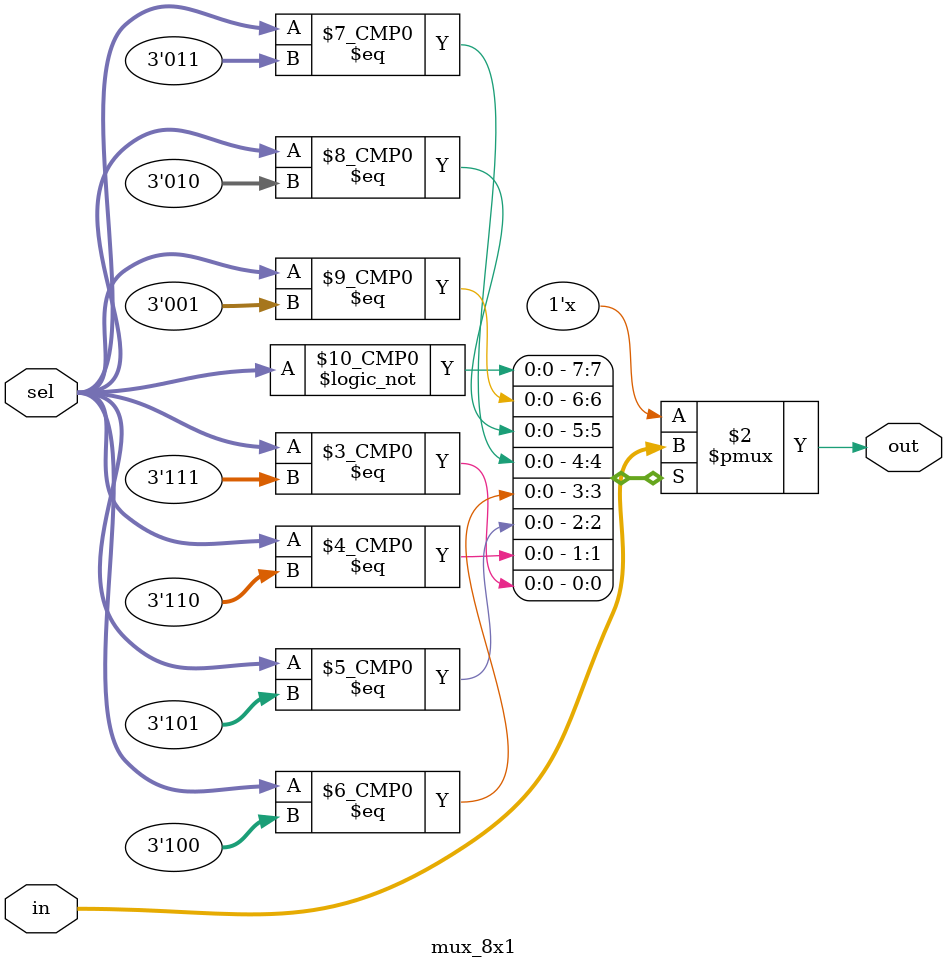
<source format=v>


module mux_8x1(in,sel,out);
input [7:0]in;
output reg out;
input [2:0]sel;

always@(in)
begin
case(sel)
	3'b000 :out=in[7];
	3'b001 :out=in[6];
	3'b010 :out=in[5];
	3'b011 :out=in[4];
	3'b100 :out=in[3];
	3'b101 :out=in[2];
	3'b110 :out=in[1];
	3'b111 :out=in[0];
	default :out=1'bx;
endcase
end
endmodule

</source>
